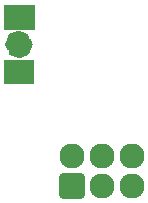
<source format=gbr>
G04 #@! TF.GenerationSoftware,KiCad,Pcbnew,(6.0.1)*
G04 #@! TF.CreationDate,2022-06-04T21:41:08-05:00*
G04 #@! TF.ProjectId,Bsides-KC-2021-SAO-BP,42736964-6573-42d4-9b43-2d323032312d,rev?*
G04 #@! TF.SameCoordinates,Original*
G04 #@! TF.FileFunction,Soldermask,Bot*
G04 #@! TF.FilePolarity,Negative*
%FSLAX46Y46*%
G04 Gerber Fmt 4.6, Leading zero omitted, Abs format (unit mm)*
G04 Created by KiCad (PCBNEW (6.0.1)) date 2022-06-04 21:41:08*
%MOMM*%
%LPD*%
G01*
G04 APERTURE LIST*
G04 Aperture macros list*
%AMRoundRect*
0 Rectangle with rounded corners*
0 $1 Rounding radius*
0 $2 $3 $4 $5 $6 $7 $8 $9 X,Y pos of 4 corners*
0 Add a 4 corners polygon primitive as box body*
4,1,4,$2,$3,$4,$5,$6,$7,$8,$9,$2,$3,0*
0 Add four circle primitives for the rounded corners*
1,1,$1+$1,$2,$3*
1,1,$1+$1,$4,$5*
1,1,$1+$1,$6,$7*
1,1,$1+$1,$8,$9*
0 Add four rect primitives between the rounded corners*
20,1,$1+$1,$2,$3,$4,$5,0*
20,1,$1+$1,$4,$5,$6,$7,0*
20,1,$1+$1,$6,$7,$8,$9,0*
20,1,$1+$1,$8,$9,$2,$3,0*%
G04 Aperture macros list end*
%ADD10C,1.152495*%
%ADD11C,0.100000*%
%ADD12R,2.032000X1.524000*%
%ADD13R,2.095500X1.397000*%
%ADD14O,2.127200X2.127200*%
%ADD15RoundRect,0.200000X-0.863600X0.863600X-0.863600X-0.863600X0.863600X-0.863600X0.863600X0.863600X0*%
%ADD16C,2.127200*%
G04 APERTURE END LIST*
G04 #@! TO.C,D1*
D10*
X147515247Y-120607000D02*
G75*
G03*
X147515247Y-120607000I-576247J0D01*
G01*
D11*
X145719800Y-121927800D02*
X145719800Y-123858200D01*
X145719800Y-123858200D02*
X148158200Y-123858200D01*
X148158200Y-123858200D02*
X148158200Y-121927800D01*
X148158200Y-121927800D02*
X145719800Y-121927800D01*
G36*
X148158200Y-123858200D02*
G01*
X145719800Y-123858200D01*
X145719800Y-121927800D01*
X148158200Y-121927800D01*
X148158200Y-123858200D01*
G37*
X148158200Y-123858200D02*
X145719800Y-123858200D01*
X145719800Y-121927800D01*
X148158200Y-121927800D01*
X148158200Y-123858200D01*
X145694400Y-117305000D02*
X145694400Y-119286200D01*
X145694400Y-119286200D02*
X148183600Y-119286200D01*
X148183600Y-119286200D02*
X148183600Y-117305000D01*
X148183600Y-117305000D02*
X145694400Y-117305000D01*
G36*
X148183600Y-119286200D02*
G01*
X145694400Y-119286200D01*
X145694400Y-117305000D01*
X148183600Y-117305000D01*
X148183600Y-119286200D01*
G37*
X148183600Y-119286200D02*
X145694400Y-119286200D01*
X145694400Y-117305000D01*
X148183600Y-117305000D01*
X148183600Y-119286200D01*
G04 #@! TD*
D12*
G04 #@! TO.C,D1*
X146939000Y-118321000D03*
D13*
X146939000Y-122893000D03*
G04 #@! TD*
D14*
G04 #@! TO.C,X1*
X151482100Y-130017200D03*
D15*
X151482100Y-132557200D03*
D14*
X154022100Y-130017200D03*
X154022100Y-132557200D03*
D16*
X156562100Y-130017200D03*
X156562100Y-132557200D03*
G04 #@! TD*
M02*

</source>
